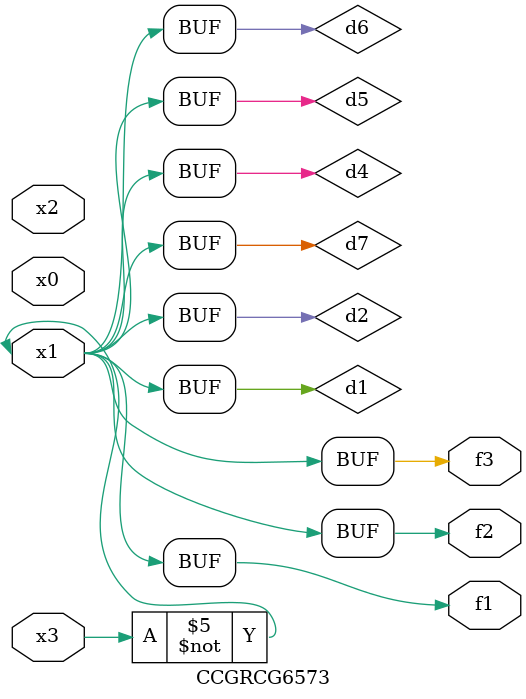
<source format=v>
module CCGRCG6573(
	input x0, x1, x2, x3,
	output f1, f2, f3
);

	wire d1, d2, d3, d4, d5, d6, d7;

	not (d1, x3);
	buf (d2, x1);
	xnor (d3, d1, d2);
	nor (d4, d1);
	buf (d5, d1, d2);
	buf (d6, d4, d5);
	nand (d7, d4);
	assign f1 = d6;
	assign f2 = d7;
	assign f3 = d6;
endmodule

</source>
